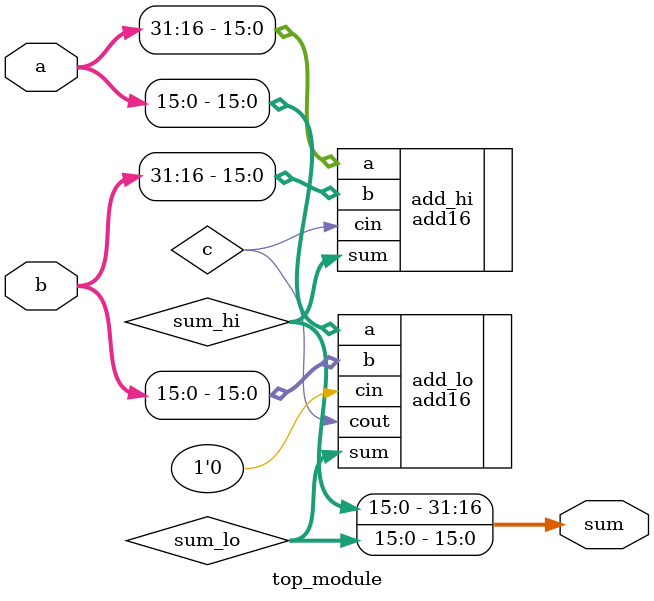
<source format=v>
module top_module(
    input [31:0] a,
    input [31:0] b,
    output [31:0] sum
);

    wire [15:0] sum_lo,sum_hi;
    wire c;

    add16 add_lo(
        .a(a[15:0]),
        .b(b[15:0]),
        .cin(1'b0),
        .sum(sum_lo),
        .cout(c),
    );

    add16 add_hi(
        .a(a[31:16]),
        .b(b[31:16]),
        .cin(c),
        .sum(sum_hi),
    );

    assign sum={sum_hi,sum_lo};

endmodule

</source>
